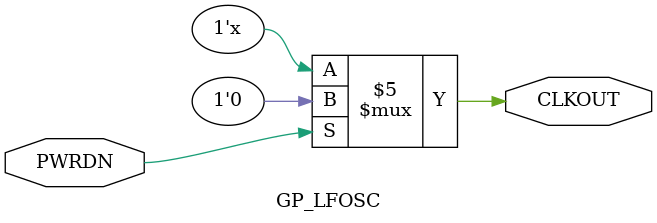
<source format=v>
module GP_LFOSC(input PWRDN, output reg CLKOUT);
	parameter PWRDN_EN = 0;
	parameter AUTO_PWRDN = 0;
	parameter OUT_DIV = 1;
	initial CLKOUT = 0;
	always begin
		if(PWRDN)
			CLKOUT = 0;
		else begin
			#289017;
			CLKOUT = ~CLKOUT;
		end
	end
endmodule
</source>
